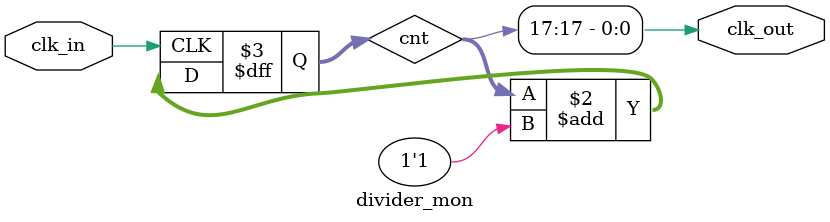
<source format=v>
module divider_mon
(
	input  clk_in,
	output clk_out
);

	reg	[17:0] cnt;
	
	always @(posedge clk_in)
		cnt <= cnt + 1'b1;
		
	assign clk_out = cnt[17];
	
endmodule

</source>
